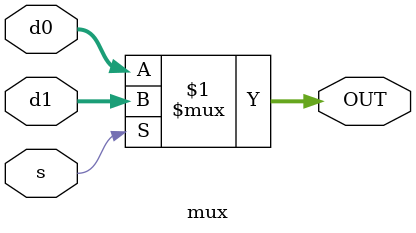
<source format=v>
module mux # (parameter WIDTH = 32)
(input [WIDTH-1:0] d0, d1,
input s,
output [WIDTH-1:0] OUT);
assign OUT = s ? d1 : d0;
endmodule
</source>
